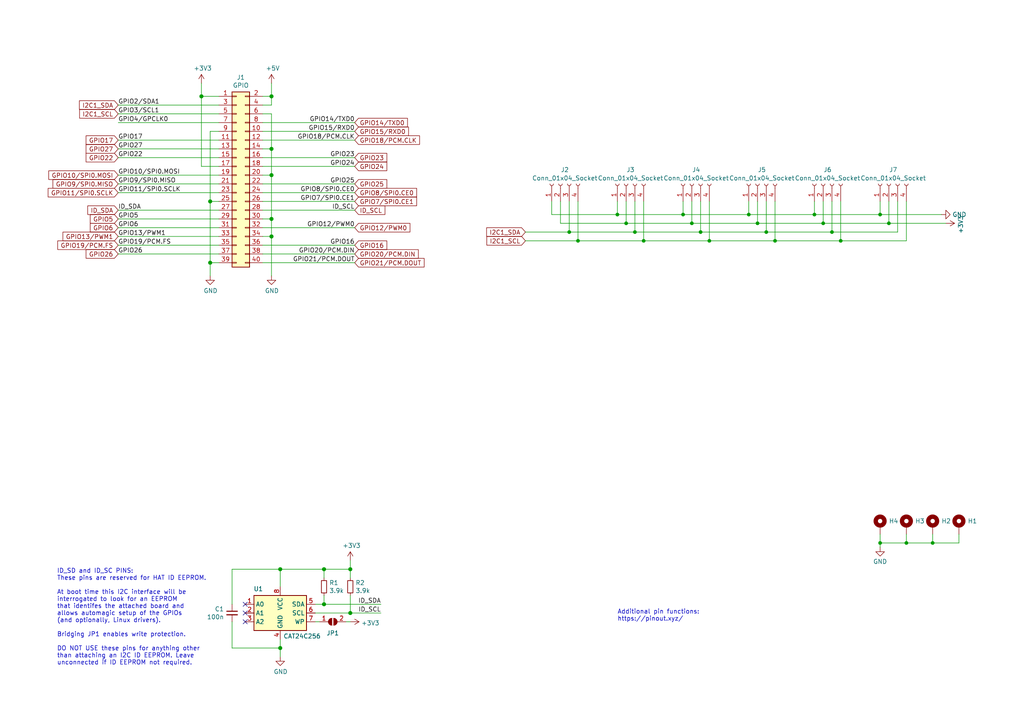
<source format=kicad_sch>
(kicad_sch (version 20230121) (generator eeschema)
  (paper "A4")
  (title_block (date "15 nov 2012"))
  (lib_symbols
    (symbol "Connector:Conn_01x04_Socket" (pin_names (offset 1.016) hide)
      (property "Reference" "J" (at 0 5.08 0))
      (property "Value" "Conn_01x04_Socket" (at 0 -7.62 0))
      (symbol "Conn_01x04_Socket_1_1"
        (arc (start 0 -4.572) (mid -0.5058 -5.08) (end 0 -5.588) (stroke (width 0.1524)))
        (arc (start 0 -2.032) (mid -0.5058 -2.54) (end 0 -3.048) (stroke (width 0.1524)))
        (polyline (pts (xy -1.27 -5.08) (xy -0.508 -5.08)) (stroke (width 0.1524)))
        (polyline (pts (xy -1.27 -2.54) (xy -0.508 -2.54)) (stroke (width 0.1524)))
        (polyline (pts (xy -1.27 0) (xy -0.508 0)) (stroke (width 0.1524)))
        (polyline (pts (xy -1.27 2.54) (xy -0.508 2.54)) (stroke (width 0.1524)))
        (arc (start 0 0.508) (mid -0.5058 0) (end 0 -0.508) (stroke (width 0.1524)))
        (arc (start 0 3.048) (mid -0.5058 2.54) (end 0 2.032) (stroke (width 0.1524)))
        (pin passive line (at -5.08 2.54 0) (length 3.81) (name "Pin_1") (number "1"))
        (pin passive line (at -5.08 0 0) (length 3.81) (name "Pin_2") (number "2"))
        (pin passive line (at -5.08 -2.54 0) (length 3.81) (name "Pin_3") (number "3"))
        (pin passive line (at -5.08 -5.08 0) (length 3.81) (name "Pin_4") (number "4"))
      )
    )
    (symbol "Connector_Generic:Conn_02x20_Odd_Even" (pin_names (offset 1.016) hide)
      (property "Reference" "J" (at 1.27 25.4 0))
      (property "Value" "Conn_02x20_Odd_Even" (at 1.27 -27.94 0))
      (symbol "Conn_02x20_Odd_Even_1_1"
        (rectangle (start -1.27 -25.273) (end 0 -25.527) (stroke (width 0.1524)))
        (rectangle (start -1.27 -22.733) (end 0 -22.987) (stroke (width 0.1524)))
        (rectangle (start -1.27 -20.193) (end 0 -20.447) (stroke (width 0.1524)))
        (rectangle (start -1.27 -17.653) (end 0 -17.907) (stroke (width 0.1524)))
        (rectangle (start -1.27 -15.113) (end 0 -15.367) (stroke (width 0.1524)))
        (rectangle (start -1.27 -12.573) (end 0 -12.827) (stroke (width 0.1524)))
        (rectangle (start -1.27 -10.033) (end 0 -10.287) (stroke (width 0.1524)))
        (rectangle (start -1.27 -7.493) (end 0 -7.747) (stroke (width 0.1524)))
        (rectangle (start -1.27 -4.953) (end 0 -5.207) (stroke (width 0.1524)))
        (rectangle (start -1.27 -2.413) (end 0 -2.667) (stroke (width 0.1524)))
        (rectangle (start -1.27 0.127) (end 0 -0.127) (stroke (width 0.1524)))
        (rectangle (start -1.27 2.667) (end 0 2.413) (stroke (width 0.1524)))
        (rectangle (start -1.27 5.207) (end 0 4.953) (stroke (width 0.1524)))
        (rectangle (start -1.27 7.747) (end 0 7.493) (stroke (width 0.1524)))
        (rectangle (start -1.27 10.287) (end 0 10.033) (stroke (width 0.1524)))
        (rectangle (start -1.27 12.827) (end 0 12.573) (stroke (width 0.1524)))
        (rectangle (start -1.27 15.367) (end 0 15.113) (stroke (width 0.1524)))
        (rectangle (start -1.27 17.907) (end 0 17.653) (stroke (width 0.1524)))
        (rectangle (start -1.27 20.447) (end 0 20.193) (stroke (width 0.1524)))
        (rectangle (start -1.27 22.987) (end 0 22.733) (stroke (width 0.1524)))
        (rectangle (start -1.27 24.13) (end 3.81 -26.67) (stroke (width 0.254)) (fill (type background)))
        (rectangle (start 3.81 -25.273) (end 2.54 -25.527) (stroke (width 0.1524)))
        (rectangle (start 3.81 -22.733) (end 2.54 -22.987) (stroke (width 0.1524)))
        (rectangle (start 3.81 -20.193) (end 2.54 -20.447) (stroke (width 0.1524)))
        (rectangle (start 3.81 -17.653) (end 2.54 -17.907) (stroke (width 0.1524)))
        (rectangle (start 3.81 -15.113) (end 2.54 -15.367) (stroke (width 0.1524)))
        (rectangle (start 3.81 -12.573) (end 2.54 -12.827) (stroke (width 0.1524)))
        (rectangle (start 3.81 -10.033) (end 2.54 -10.287) (stroke (width 0.1524)))
        (rectangle (start 3.81 -7.493) (end 2.54 -7.747) (stroke (width 0.1524)))
        (rectangle (start 3.81 -4.953) (end 2.54 -5.207) (stroke (width 0.1524)))
        (rectangle (start 3.81 -2.413) (end 2.54 -2.667) (stroke (width 0.1524)))
        (rectangle (start 3.81 0.127) (end 2.54 -0.127) (stroke (width 0.1524)))
        (rectangle (start 3.81 2.667) (end 2.54 2.413) (stroke (width 0.1524)))
        (rectangle (start 3.81 5.207) (end 2.54 4.953) (stroke (width 0.1524)))
        (rectangle (start 3.81 7.747) (end 2.54 7.493) (stroke (width 0.1524)))
        (rectangle (start 3.81 10.287) (end 2.54 10.033) (stroke (width 0.1524)))
        (rectangle (start 3.81 12.827) (end 2.54 12.573) (stroke (width 0.1524)))
        (rectangle (start 3.81 15.367) (end 2.54 15.113) (stroke (width 0.1524)))
        (rectangle (start 3.81 17.907) (end 2.54 17.653) (stroke (width 0.1524)))
        (rectangle (start 3.81 20.447) (end 2.54 20.193) (stroke (width 0.1524)))
        (rectangle (start 3.81 22.987) (end 2.54 22.733) (stroke (width 0.1524)))
        (pin passive line (at -5.08 22.86 0) (length 3.81) (name "Pin_1") (number "1"))
        (pin passive line (at 7.62 12.7 180) (length 3.81) (name "Pin_10") (number "10"))
        (pin passive line (at -5.08 10.16 0) (length 3.81) (name "Pin_11") (number "11"))
        (pin passive line (at 7.62 10.16 180) (length 3.81) (name "Pin_12") (number "12"))
        (pin passive line (at -5.08 7.62 0) (length 3.81) (name "Pin_13") (number "13"))
        (pin passive line (at 7.62 7.62 180) (length 3.81) (name "Pin_14") (number "14"))
        (pin passive line (at -5.08 5.08 0) (length 3.81) (name "Pin_15") (number "15"))
        (pin passive line (at 7.62 5.08 180) (length 3.81) (name "Pin_16") (number "16"))
        (pin passive line (at -5.08 2.54 0) (length 3.81) (name "Pin_17") (number "17"))
        (pin passive line (at 7.62 2.54 180) (length 3.81) (name "Pin_18") (number "18"))
        (pin passive line (at -5.08 0 0) (length 3.81) (name "Pin_19") (number "19"))
        (pin passive line (at 7.62 22.86 180) (length 3.81) (name "Pin_2") (number "2"))
        (pin passive line (at 7.62 0 180) (length 3.81) (name "Pin_20") (number "20"))
        (pin passive line (at -5.08 -2.54 0) (length 3.81) (name "Pin_21") (number "21"))
        (pin passive line (at 7.62 -2.54 180) (length 3.81) (name "Pin_22") (number "22"))
        (pin passive line (at -5.08 -5.08 0) (length 3.81) (name "Pin_23") (number "23"))
        (pin passive line (at 7.62 -5.08 180) (length 3.81) (name "Pin_24") (number "24"))
        (pin passive line (at -5.08 -7.62 0) (length 3.81) (name "Pin_25") (number "25"))
        (pin passive line (at 7.62 -7.62 180) (length 3.81) (name "Pin_26") (number "26"))
        (pin passive line (at -5.08 -10.16 0) (length 3.81) (name "Pin_27") (number "27"))
        (pin passive line (at 7.62 -10.16 180) (length 3.81) (name "Pin_28") (number "28"))
        (pin passive line (at -5.08 -12.7 0) (length 3.81) (name "Pin_29") (number "29"))
        (pin passive line (at -5.08 20.32 0) (length 3.81) (name "Pin_3") (number "3"))
        (pin passive line (at 7.62 -12.7 180) (length 3.81) (name "Pin_30") (number "30"))
        (pin passive line (at -5.08 -15.24 0) (length 3.81) (name "Pin_31") (number "31"))
        (pin passive line (at 7.62 -15.24 180) (length 3.81) (name "Pin_32") (number "32"))
        (pin passive line (at -5.08 -17.78 0) (length 3.81) (name "Pin_33") (number "33"))
        (pin passive line (at 7.62 -17.78 180) (length 3.81) (name "Pin_34") (number "34"))
        (pin passive line (at -5.08 -20.32 0) (length 3.81) (name "Pin_35") (number "35"))
        (pin passive line (at 7.62 -20.32 180) (length 3.81) (name "Pin_36") (number "36"))
        (pin passive line (at -5.08 -22.86 0) (length 3.81) (name "Pin_37") (number "37"))
        (pin passive line (at 7.62 -22.86 180) (length 3.81) (name "Pin_38") (number "38"))
        (pin passive line (at -5.08 -25.4 0) (length 3.81) (name "Pin_39") (number "39"))
        (pin passive line (at 7.62 20.32 180) (length 3.81) (name "Pin_4") (number "4"))
        (pin passive line (at 7.62 -25.4 180) (length 3.81) (name "Pin_40") (number "40"))
        (pin passive line (at -5.08 17.78 0) (length 3.81) (name "Pin_5") (number "5"))
        (pin passive line (at 7.62 17.78 180) (length 3.81) (name "Pin_6") (number "6"))
        (pin passive line (at -5.08 15.24 0) (length 3.81) (name "Pin_7") (number "7"))
        (pin passive line (at 7.62 15.24 180) (length 3.81) (name "Pin_8") (number "8"))
        (pin passive line (at -5.08 12.7 0) (length 3.81) (name "Pin_9") (number "9"))
      )
    )
    (symbol "Device:C_Small" (pin_numbers hide) (pin_names (offset 0.254) hide)
      (property "Reference" "C" (at 0.254 1.778 0))
      (property "Value" "C_Small" (at 0.254 -2.032 0))
      (symbol "C_Small_0_1"
        (polyline (pts (xy -1.524 -0.508) (xy 1.524 -0.508)) (stroke (width 0.3302)))
        (polyline (pts (xy -1.524 0.508) (xy 1.524 0.508)) (stroke (width 0.3048)))
      )
      (symbol "C_Small_1_1"
        (pin passive line (at 0 2.54 270) (length 2.032) (name "~") (number "1"))
        (pin passive line (at 0 -2.54 90) (length 2.032) (name "~") (number "2"))
      )
    )
    (symbol "Device:R_Small" (pin_numbers hide) (pin_names (offset 0.254) hide)
      (property "Reference" "R" (at 0.762 0.508 0))
      (property "Value" "R_Small" (at 0.762 -1.016 0))
      (symbol "R_Small_0_1"
        (rectangle (start -0.762 1.778) (end 0.762 -1.778) (stroke (width 0.2032)))
      )
      (symbol "R_Small_1_1"
        (pin passive line (at 0 2.54 270) (length 0.762) (name "~") (number "1"))
        (pin passive line (at 0 -2.54 90) (length 0.762) (name "~") (number "2"))
      )
    )
    (symbol "GND_1" (power) (pin_names (offset 0))
      (property "Value" "GND_1" (at 0 -3.81 0))
      (symbol "GND_1_0_1"
        (polyline (pts (xy 0 0) (xy 0 -1.27) (xy 1.27 -1.27) (xy 0 -2.54) (xy -1.27 -1.27) (xy 0 -1.27)))
      )
      (symbol "GND_1_1_1"
        (pin power_in line (at 0 0 270) (length 0) hide (name "GND") (number "1"))
      )
    )
    (symbol "GND_2" (power) (pin_names (offset 0))
      (property "Value" "GND_2" (at 0 -3.81 0))
      (symbol "GND_2_0_1"
        (polyline (pts (xy 0 0) (xy 0 -1.27) (xy 1.27 -1.27) (xy 0 -2.54) (xy -1.27 -1.27) (xy 0 -1.27)))
      )
      (symbol "GND_2_1_1"
        (pin power_in line (at 0 0 270) (length 0) hide (name "GND") (number "1"))
      )
    )
    (symbol "Jumper:SolderJumper_2_Open" (pin_names (offset 0) hide)
      (property "Reference" "JP" (at 0 2.032 0))
      (property "Value" "SolderJumper_2_Open" (at 0 -2.54 0))
      (symbol "SolderJumper_2_Open_0_1"
        (arc (start -0.254 1.016) (mid -1.2656 0) (end -0.254 -1.016))
        (arc (start -0.254 1.016) (mid -1.2656 0) (end -0.254 -1.016) (fill (type outline)))
        (polyline (pts (xy -0.254 1.016) (xy -0.254 -1.016)))
        (polyline (pts (xy 0.254 1.016) (xy 0.254 -1.016)))
        (arc (start 0.254 -1.016) (mid 1.2656 0) (end 0.254 1.016))
        (arc (start 0.254 -1.016) (mid 1.2656 0) (end 0.254 1.016) (fill (type outline)))
      )
      (symbol "SolderJumper_2_Open_1_1"
        (pin passive line (at -3.81 0 0) (length 2.54) (name "A") (number "1"))
        (pin passive line (at 3.81 0 180) (length 2.54) (name "B") (number "2"))
      )
    )
    (symbol "Mechanical:MountingHole_Pad" (pin_numbers hide) (pin_names (offset 1.016) hide)
      (property "Reference" "H" (at 0 6.35 0))
      (property "Value" "MountingHole_Pad" (at 0 4.445 0))
      (symbol "MountingHole_Pad_0_1"
        (circle (center 0 1.27) (radius 1.27) (stroke (width 1.27)))
      )
      (symbol "MountingHole_Pad_1_1"
        (pin input line (at 0 -2.54 90) (length 2.54) (name "1") (number "1"))
      )
    )
    (symbol "Memory_EEPROM:CAT24C256"
      (property "Reference" "U" (at -6.35 6.35 0))
      (property "Value" "CAT24C256" (at 1.27 6.35 0))
      (symbol "CAT24C256_1_1"
        (rectangle (start -7.62 5.08) (end 7.62 -5.08) (stroke (width 0.254)) (fill (type background)))
        (pin input line (at -10.16 2.54 0) (length 2.54) (name "A0") (number "1"))
        (pin input line (at -10.16 0 0) (length 2.54) (name "A1") (number "2"))
        (pin input line (at -10.16 -2.54 0) (length 2.54) (name "A2") (number "3"))
        (pin power_in line (at 0 -7.62 90) (length 2.54) (name "GND") (number "4"))
        (pin bidirectional line (at 10.16 2.54 180) (length 2.54) (name "SDA") (number "5"))
        (pin input line (at 10.16 0 180) (length 2.54) (name "SCL") (number "6"))
        (pin input line (at 10.16 -2.54 180) (length 2.54) (name "WP") (number "7"))
        (pin power_in line (at 0 7.62 270) (length 2.54) (name "VCC") (number "8"))
      )
    )
    (symbol "power:+3.3V" (power) (pin_names (offset 0))
      (property "Value" "+3.3V" (at 0 3.556 0))
      (symbol "+3.3V_0_1"
        (polyline (pts (xy -0.762 1.27) (xy 0 2.54)))
        (polyline (pts (xy 0 0) (xy 0 2.54)))
        (polyline (pts (xy 0 2.54) (xy 0.762 1.27)))
      )
      (symbol "+3.3V_1_1"
        (pin power_in line (at 0 0 90) (length 0) hide (name "+3V3") (number "1"))
      )
    )
    (symbol "power:+5V" (power) (pin_names (offset 0))
      (property "Value" "+5V" (at 0 3.556 0))
      (symbol "+5V_0_1"
        (polyline (pts (xy -0.762 1.27) (xy 0 2.54)))
        (polyline (pts (xy 0 0) (xy 0 2.54)))
        (polyline (pts (xy 0 2.54) (xy 0.762 1.27)))
      )
      (symbol "+5V_1_1"
        (pin power_in line (at 0 0 90) (length 0) hide (name "+5V") (number "1"))
      )
    )
    (symbol "power:GND" (power) (pin_names (offset 0))
      (property "Value" "GND" (at 0 -3.81 0))
      (symbol "GND_0_1"
        (polyline (pts (xy 0 0) (xy 0 -1.27) (xy 1.27 -1.27) (xy 0 -2.54) (xy -1.27 -1.27) (xy 0 -1.27)))
      )
      (symbol "GND_1_1"
        (pin power_in line (at 0 0 270) (length 0) hide (name "GND") (number "1"))
      )
    )
  )
  (junction (at 93.98 175.26) (diameter 1.016))
  (junction (at 203.2 67.31))
  (junction (at 78.74 27.94) (diameter 1.016))
  (junction (at 81.28 187.96) (diameter 1.016))
  (junction (at 200.66 64.77))
  (junction (at 262.89 157.48))
  (junction (at 78.74 43.18) (diameter 1.016))
  (junction (at 81.28 165.1) (diameter 1.016))
  (junction (at 241.3 67.31))
  (junction (at 236.22 62.23))
  (junction (at 257.81 64.77))
  (junction (at 101.6 165.1) (diameter 1.016))
  (junction (at 255.27 157.48))
  (junction (at 219.71 64.77))
  (junction (at 60.96 76.2) (diameter 1.016))
  (junction (at 167.64 69.85))
  (junction (at 186.69 69.85))
  (junction (at 60.96 58.42) (diameter 1.016))
  (junction (at 205.74 69.85))
  (junction (at 179.07 62.23))
  (junction (at 78.74 68.58) (diameter 1.016))
  (junction (at 255.27 62.23))
  (junction (at 217.17 62.23))
  (junction (at 238.76 64.77))
  (junction (at 78.74 63.5) (diameter 1.016))
  (junction (at 165.1 67.31))
  (junction (at 78.74 50.8) (diameter 1.016))
  (junction (at 243.84 69.85))
  (junction (at 101.6 177.8) (diameter 1.016))
  (junction (at 198.12 62.23))
  (junction (at 181.61 64.77))
  (junction (at 222.25 67.31))
  (junction (at 270.51 157.48))
  (junction (at 58.42 27.94) (diameter 1.016))
  (junction (at 224.79 69.85))
  (junction (at 184.15 67.31))
  (junction (at 93.98 165.1) (diameter 1.016))
  (no_connect (at 71.12 175.26))
  (no_connect (at 71.12 177.8))
  (no_connect (at 71.12 180.34))
  (wire (pts (xy 60.96 58.42) (xy 60.96 76.2)))
  (wire (pts (xy 76.2 58.42) (xy 102.87 58.42)))
  (wire (pts (xy 165.1 67.31) (xy 184.15 67.31)))
  (wire (pts (xy 162.56 64.77) (xy 181.61 64.77)))
  (wire (pts (xy 63.5 40.64) (xy 34.29 40.64)))
  (wire (pts (xy 81.28 165.1) (xy 93.98 165.1)))
  (wire (pts (xy 101.6 165.1) (xy 93.98 165.1)))
  (wire (pts (xy 101.6 167.64) (xy 101.6 165.1)))
  (wire (pts (xy 78.74 33.02) (xy 78.74 43.18)))
  (wire (pts (xy 236.22 58.42) (xy 236.22 62.23)))
  (wire (pts (xy 184.15 67.31) (xy 203.2 67.31)))
  (wire (pts (xy 78.74 50.8) (xy 76.2 50.8)))
  (wire (pts (xy 181.61 58.42) (xy 181.61 64.77)))
  (wire (pts (xy 257.81 64.77) (xy 274.32 64.77)))
  (wire (pts (xy 241.3 58.42) (xy 241.3 67.31)))
  (wire (pts (xy 278.13 154.94) (xy 278.13 157.48)))
  (wire (pts (xy 78.74 63.5) (xy 78.74 68.58)))
  (wire (pts (xy 222.25 58.42) (xy 222.25 67.31)))
  (wire (pts (xy 255.27 58.42) (xy 255.27 62.23)))
  (wire (pts (xy 236.22 62.23) (xy 255.27 62.23)))
  (wire (pts (xy 238.76 58.42) (xy 238.76 64.77)))
  (wire (pts (xy 181.61 64.77) (xy 200.66 64.77)))
  (wire (pts (xy 222.25 67.31) (xy 241.3 67.31)))
  (wire (pts (xy 78.74 50.8) (xy 78.74 63.5)))
  (wire (pts (xy 76.2 35.56) (xy 102.87 35.56)))
  (wire (pts (xy 60.96 38.1) (xy 60.96 58.42)))
  (wire (pts (xy 91.44 175.26) (xy 93.98 175.26)))
  (wire (pts (xy 93.98 175.26) (xy 110.49 175.26)))
  (wire (pts (xy 184.15 58.42) (xy 184.15 67.31)))
  (wire (pts (xy 60.96 38.1) (xy 63.5 38.1)))
  (wire (pts (xy 91.44 180.34) (xy 92.71 180.34)))
  (wire (pts (xy 100.33 180.34) (xy 101.6 180.34)))
  (wire (pts (xy 76.2 55.88) (xy 102.87 55.88)))
  (wire (pts (xy 63.5 60.96) (xy 34.29 60.96)))
  (wire (pts (xy 255.27 62.23) (xy 273.05 62.23)))
  (wire (pts (xy 34.29 63.5) (xy 63.5 63.5)))
  (wire (pts (xy 219.71 64.77) (xy 238.76 64.77)))
  (wire (pts (xy 243.84 69.85) (xy 224.79 69.85)))
  (wire (pts (xy 255.27 157.48) (xy 255.27 158.75)))
  (wire (pts (xy 200.66 58.42) (xy 200.66 64.77)))
  (wire (pts (xy 60.96 58.42) (xy 63.5 58.42)))
  (wire (pts (xy 101.6 162.56) (xy 101.6 165.1)))
  (wire (pts (xy 160.02 62.23) (xy 179.07 62.23)))
  (wire (pts (xy 76.2 45.72) (xy 102.87 45.72)))
  (wire (pts (xy 81.28 165.1) (xy 81.28 170.18)))
  (wire (pts (xy 152.4 67.31) (xy 165.1 67.31)))
  (wire (pts (xy 76.2 76.2) (xy 102.87 76.2)))
  (wire (pts (xy 60.96 76.2) (xy 60.96 80.01)))
  (wire (pts (xy 34.29 43.18) (xy 63.5 43.18)))
  (wire (pts (xy 101.6 172.72) (xy 101.6 177.8)))
  (wire (pts (xy 58.42 24.13) (xy 58.42 27.94)))
  (wire (pts (xy 241.3 67.31) (xy 260.35 67.31)))
  (wire (pts (xy 78.74 68.58) (xy 76.2 68.58)))
  (wire (pts (xy 34.29 33.02) (xy 63.5 33.02)))
  (wire (pts (xy 205.74 58.42) (xy 205.74 69.85)))
  (wire (pts (xy 34.29 55.88) (xy 63.5 55.88)))
  (wire (pts (xy 262.89 154.94) (xy 262.89 157.48)))
  (wire (pts (xy 224.79 69.85) (xy 205.74 69.85)))
  (wire (pts (xy 58.42 48.26) (xy 63.5 48.26)))
  (wire (pts (xy 270.51 154.94) (xy 270.51 157.48)))
  (wire (pts (xy 63.5 30.48) (xy 34.29 30.48)))
  (wire (pts (xy 78.74 27.94) (xy 78.74 30.48)))
  (wire (pts (xy 78.74 43.18) (xy 78.74 50.8)))
  (wire (pts (xy 186.69 69.85) (xy 167.64 69.85)))
  (wire (pts (xy 76.2 40.64) (xy 102.87 40.64)))
  (wire (pts (xy 78.74 43.18) (xy 76.2 43.18)))
  (wire (pts (xy 78.74 24.13) (xy 78.74 27.94)))
  (wire (pts (xy 262.89 58.42) (xy 262.89 69.85)))
  (wire (pts (xy 34.29 35.56) (xy 63.5 35.56)))
  (wire (pts (xy 93.98 165.1) (xy 93.98 167.64)))
  (wire (pts (xy 160.02 58.42) (xy 160.02 62.23)))
  (wire (pts (xy 78.74 27.94) (xy 76.2 27.94)))
  (wire (pts (xy 58.42 27.94) (xy 58.42 48.26)))
  (wire (pts (xy 186.69 58.42) (xy 186.69 69.85)))
  (wire (pts (xy 76.2 48.26) (xy 102.87 48.26)))
  (wire (pts (xy 76.2 38.1) (xy 102.87 38.1)))
  (wire (pts (xy 93.98 172.72) (xy 93.98 175.26)))
  (wire (pts (xy 91.44 177.8) (xy 101.6 177.8)))
  (wire (pts (xy 101.6 177.8) (xy 110.49 177.8)))
  (wire (pts (xy 270.51 157.48) (xy 262.89 157.48)))
  (wire (pts (xy 255.27 154.94) (xy 255.27 157.48)))
  (wire (pts (xy 34.29 45.72) (xy 63.5 45.72)))
  (wire (pts (xy 34.29 53.34) (xy 63.5 53.34)))
  (wire (pts (xy 203.2 58.42) (xy 203.2 67.31)))
  (wire (pts (xy 243.84 58.42) (xy 243.84 69.85)))
  (wire (pts (xy 179.07 62.23) (xy 198.12 62.23)))
  (wire (pts (xy 34.29 66.04) (xy 63.5 66.04)))
  (wire (pts (xy 78.74 30.48) (xy 76.2 30.48)))
  (wire (pts (xy 200.66 64.77) (xy 219.71 64.77)))
  (wire (pts (xy 198.12 62.23) (xy 217.17 62.23)))
  (wire (pts (xy 34.29 71.12) (xy 63.5 71.12)))
  (wire (pts (xy 76.2 71.12) (xy 102.87 71.12)))
  (wire (pts (xy 198.12 58.42) (xy 198.12 62.23)))
  (wire (pts (xy 76.2 66.04) (xy 102.87 66.04)))
  (wire (pts (xy 60.96 76.2) (xy 63.5 76.2)))
  (wire (pts (xy 162.56 58.42) (xy 162.56 64.77)))
  (wire (pts (xy 76.2 73.66) (xy 102.87 73.66)))
  (wire (pts (xy 205.74 69.85) (xy 186.69 69.85)))
  (wire (pts (xy 78.74 33.02) (xy 76.2 33.02)))
  (wire (pts (xy 262.89 69.85) (xy 243.84 69.85)))
  (wire (pts (xy 34.29 73.66) (xy 63.5 73.66)))
  (wire (pts (xy 219.71 58.42) (xy 219.71 64.77)))
  (wire (pts (xy 67.31 165.1) (xy 67.31 175.26)))
  (wire (pts (xy 67.31 180.34) (xy 67.31 187.96)))
  (wire (pts (xy 67.31 187.96) (xy 81.28 187.96)))
  (wire (pts (xy 81.28 165.1) (xy 67.31 165.1)))
  (wire (pts (xy 217.17 58.42) (xy 217.17 62.23)))
  (wire (pts (xy 81.28 185.42) (xy 81.28 187.96)))
  (wire (pts (xy 81.28 187.96) (xy 81.28 190.5)))
  (wire (pts (xy 165.1 58.42) (xy 165.1 67.31)))
  (wire (pts (xy 224.79 58.42) (xy 224.79 69.85)))
  (wire (pts (xy 78.74 68.58) (xy 78.74 80.01)))
  (wire (pts (xy 260.35 67.31) (xy 260.35 58.42)))
  (wire (pts (xy 76.2 53.34) (xy 102.87 53.34)))
  (wire (pts (xy 63.5 68.58) (xy 34.29 68.58)))
  (wire (pts (xy 238.76 64.77) (xy 257.81 64.77)))
  (wire (pts (xy 78.74 63.5) (xy 76.2 63.5)))
  (wire (pts (xy 179.07 58.42) (xy 179.07 62.23)))
  (wire (pts (xy 167.64 58.42) (xy 167.64 69.85)))
  (wire (pts (xy 58.42 27.94) (xy 63.5 27.94)))
  (wire (pts (xy 257.81 58.42) (xy 257.81 64.77)))
  (wire (pts (xy 262.89 157.48) (xy 255.27 157.48)))
  (wire (pts (xy 203.2 67.31) (xy 222.25 67.31)))
  (wire (pts (xy 167.64 69.85) (xy 152.4 69.85)))
  (wire (pts (xy 217.17 62.23) (xy 236.22 62.23)))
  (wire (pts (xy 278.13 157.48) (xy 270.51 157.48)))
  (wire (pts (xy 63.5 50.8) (xy 34.29 50.8)))
  (wire (pts (xy 76.2 60.96) (xy 102.87 60.96)))
  (text "Additional pin functions:\nhttps://pinout.xyz/" (at 179.07 180.34 0) (effects (font (size 1.27 1.27)) (justify left bottom)))
  (text "ID_SD and ID_SC PINS:\nThese pins are reserved for HAT ID EEPROM.\n\nAt boot time this I2C interface will be\ninterrogated to look for an EEPROM\nthat identifes the attached board and\nallows automagic setup of the GPIOs\n(and optionally, Linux drivers).\n\nBridging JP1 enables write protection.\n\nDO NOT USE these pins for anything other\nthan attaching an I2C ID EEPROM. Leave\nunconnected if ID EEPROM not required." (at 16.51 193.04 0) (effects (font (size 1.27 1.27)) (justify left bottom)))
  (label "ID_SDA" (at 34.29 60.96 0))
  (label "GPIO6" (at 34.29 66.04 0))
  (label "ID_SDA" (at 110.49 175.26 180))
  (label "ID_SCL" (at 102.87 60.96 180))
  (label "GPIO5" (at 34.29 63.5 0))
  (label "GPIO21{slash}PCM.DOUT" (at 102.87 76.2 180))
  (label "GPIO19{slash}PCM.FS" (at 34.29 71.12 0))
  (label "GPIO10{slash}SPI0.MOSI" (at 34.29 50.8 0))
  (label "GPIO9{slash}SPI0.MISO" (at 34.29 53.34 0))
  (label "GPIO23" (at 102.87 45.72 180))
  (label "GPIO4{slash}GPCLK0" (at 34.29 35.56 0))
  (label "GPIO27" (at 34.29 43.18 0))
  (label "GPIO26" (at 34.29 73.66 0))
  (label "GPIO14{slash}TXD0" (at 102.87 35.56 180))
  (label "GPIO8{slash}SPI0.CE0" (at 102.87 55.88 180))
  (label "GPIO15{slash}RXD0" (at 102.87 38.1 180))
  (label "GPIO16" (at 102.87 71.12 180))
  (label "GPIO22" (at 34.29 45.72 0))
  (label "GPIO2{slash}SDA1" (at 34.29 30.48 0))
  (label "GPIO17" (at 34.29 40.64 0))
  (label "GPIO25" (at 102.87 53.34 180))
  (label "GPIO3{slash}SCL1" (at 34.29 33.02 0))
  (label "GPIO18{slash}PCM.CLK" (at 102.87 40.64 180))
  (label "GPIO12{slash}PWM0" (at 102.87 66.04 180))
  (label "GPIO13{slash}PWM1" (at 34.29 68.58 0))
  (label "GPIO20{slash}PCM.DIN" (at 102.87 73.66 180))
  (label "GPIO24" (at 102.87 48.26 180))
  (label "GPIO7{slash}SPI0.CE1" (at 102.87 58.42 180))
  (label "ID_SCL" (at 110.49 177.8 180))
  (label "GPIO11{slash}SPI0.SCLK" (at 34.29 55.88 0))
  (global_label "GPIO26" (shape input) (at 34.29 73.66 180) (property "Intersheetrefs" "${INTERSHEET_REFS}" (effects hide)))
  (global_label "GPIO19{slash}PCM.FS" (shape input) (at 34.29 71.12 180) (property "Intersheetrefs" "${INTERSHEET_REFS}" (effects hide)))
  (global_label "GPIO16" (shape input) (at 102.87 71.12 0) (property "Intersheetrefs" "${INTERSHEET_REFS}" (effects hide)))
  (global_label "I2C1_SDA" (shape input) (at 34.29 30.48 180) (property "Intersheetrefs" "${INTERSHEET_REFS}" (effects hide)))
  (global_label "GPIO24" (shape input) (at 102.87 48.26 0) (property "Intersheetrefs" "${INTERSHEET_REFS}" (effects hide)))
  (global_label "GPIO17" (shape input) (at 34.29 40.64 180) (property "Intersheetrefs" "${INTERSHEET_REFS}" (effects hide)))
  (global_label "GPIO15{slash}RXD0" (shape input) (at 102.87 38.1 0) (property "Intersheetrefs" "${INTERSHEET_REFS}" (effects hide)))
  (global_label "GPIO10{slash}SPI0.MOSI" (shape input) (at 34.29 50.8 180) (property "Intersheetrefs" "${INTERSHEET_REFS}" (effects hide)))
  (global_label "GPIO27" (shape input) (at 34.29 43.18 180) (property "Intersheetrefs" "${INTERSHEET_REFS}" (effects hide)))
  (global_label "GPIO5" (shape input) (at 34.29 63.5 180) (property "Intersheetrefs" "${INTERSHEET_REFS}" (effects hide)))
  (global_label "I2C1_SCL" (shape input) (at 34.29 33.02 180) (property "Intersheetrefs" "${INTERSHEET_REFS}" (effects hide)))
  (global_label "GPIO9{slash}SPI0.MISO" (shape input) (at 34.29 53.34 180) (property "Intersheetrefs" "${INTERSHEET_REFS}" (effects hide)))
  (global_label "GPIO20{slash}PCM.DIN" (shape input) (at 102.87 73.66 0) (property "Intersheetrefs" "${INTERSHEET_REFS}" (effects hide)))
  (global_label "GPIO21{slash}PCM.DOUT" (shape input) (at 102.87 76.2 0) (property "Intersheetrefs" "${INTERSHEET_REFS}" (effects hide)))
  (global_label "GPIO23" (shape input) (at 102.87 45.72 0) (property "Intersheetrefs" "${INTERSHEET_REFS}" (effects hide)))
  (global_label "I2C1_SDA" (shape input) (at 152.4 67.31 180) (property "Intersheetrefs" "${INTERSHEET_REFS}" (effects hide)))
  (global_label "GPIO11{slash}SPI0.SCLK" (shape input) (at 34.29 55.88 180) (property "Intersheetrefs" "${INTERSHEET_REFS}" (effects hide)))
  (global_label "GPIO7{slash}SPI0.CE1" (shape input) (at 102.87 58.42 0) (property "Intersheetrefs" "${INTERSHEET_REFS}" (effects hide)))
  (global_label "GPIO8{slash}SPI0.CE0" (shape input) (at 102.87 55.88 0) (property "Intersheetrefs" "${INTERSHEET_REFS}" (effects hide)))
  (global_label "ID_SDA" (shape input) (at 34.29 60.96 180) (property "Intersheetrefs" "${INTERSHEET_REFS}" (effects hide)))
  (global_label "GPIO22" (shape input) (at 34.29 45.72 180) (property "Intersheetrefs" "${INTERSHEET_REFS}" (effects hide)))
  (global_label "GPIO14{slash}TXD0" (shape input) (at 102.87 35.56 0) (property "Intersheetrefs" "${INTERSHEET_REFS}" (effects hide)))
  (global_label "GPIO6" (shape input) (at 34.29 66.04 180) (property "Intersheetrefs" "${INTERSHEET_REFS}" (effects hide)))
  (global_label "GPIO18{slash}PCM.CLK" (shape input) (at 102.87 40.64 0) (property "Intersheetrefs" "${INTERSHEET_REFS}" (effects hide)))
  (global_label "GPIO13{slash}PWM1" (shape input) (at 34.29 68.58 180) (property "Intersheetrefs" "${INTERSHEET_REFS}" (effects hide)))
  (global_label "GPIO25" (shape input) (at 102.87 53.34 0) (property "Intersheetrefs" "${INTERSHEET_REFS}" (effects hide)))
  (global_label "I2C1_SCL" (shape input) (at 152.4 69.85 180) (property "Intersheetrefs" "${INTERSHEET_REFS}" (effects hide)))
  (global_label "ID_SCL" (shape input) (at 102.87 60.96 0) (property "Intersheetrefs" "${INTERSHEET_REFS}" (effects hide)))
  (global_label "GPIO12{slash}PWM0" (shape input) (at 102.87 66.04 0) (property "Intersheetrefs" "${INTERSHEET_REFS}" (effects hide)))
  (symbol (lib_id "power:+5V") (at 78.74 24.13 0) (unit 1)
    (property "Reference" "#PWR01" (effects hide))
    (property "Value" "+5V" (at 79.1083 19.8056 0))
  )
  (symbol (lib_id "power:+3.3V") (at 58.42 24.13 0) (unit 1)
    (property "Reference" "#PWR04" (effects hide))
    (property "Value" "+3.3V" (at 58.7883 19.8056 0))
  )
  (symbol (lib_id "power:GND") (at 78.74 80.01 0) (unit 1)
    (property "Reference" "#PWR02" (effects hide))
    (property "Value" "GND" (at 78.8543 84.3344 0))
  )
  (symbol (lib_id "power:GND") (at 60.96 80.01 0) (unit 1)
    (property "Reference" "#PWR03" (effects hide))
    (property "Value" "GND" (at 61.0743 84.3344 0))
  )
  (symbol (lib_id "Connector_Generic:Conn_02x20_Odd_Even") (at 68.58 50.8 0) (unit 1)
    (property "Reference" "J1" (at 69.85 22.4598 0))
    (property "Value" "GPIO" (at 69.85 24.765 0))
    (property "Footprint" "Connector_PinSocket_2.54mm:PinSocket_2x20_P2.54mm_Vertical" (effects hide))
  )
  (symbol (lib_id "Mechanical:MountingHole_Pad") (at 255.27 152.4 0) (unit 1)
    (property "Reference" "H4" (at 257.81 151.13 0) (effects (justify left)))
    (property "Value" "MountingHole_Pad" (effects hide))
    (property "Footprint" "MountingHole:MountingHole_3.2mm_M3_DIN965_Pad_TopBottom" (effects hide))
  )
  (symbol (lib_id "Device:C_Small") (at 67.31 177.8 0) (unit 1)
    (property "Reference" "C1" (at 64.9858 176.6506 0) (effects (justify right)))
    (property "Value" "100n" (at 64.9858 178.9493 0) (effects (justify right)))
  )
  (symbol (lib_id "Device:R_Small") (at 93.98 170.18 0) (unit 1)
    (property "Reference" "R1" (at 95.4786 169.037 0) (effects (justify left)))
    (property "Value" "3.9k" (at 95.4787 171.3293 0) (effects (justify left)))
    (property "Footprint" "Resistor_SMD:R_0612_1632Metric_Pad1.18x3.40mm_HandSolder" (effects hide))
  )
  (symbol (lib_id "Mechanical:MountingHole_Pad") (at 270.51 152.4 0) (unit 1)
    (property "Reference" "H2" (at 273.05 151.13 0) (effects (justify left)))
    (property "Value" "MountingHole_Pad" (effects hide))
    (property "Footprint" "MountingHole:MountingHole_3.2mm_M3_DIN965_Pad_TopBottom" (effects hide))
  )
  (symbol (lib_id "Jumper:SolderJumper_2_Open") (at 96.52 180.34 0) (unit 1)
    (property "Reference" "JP1" (at 96.52 183.623 0))
    (property "Value" "ID_WP" (effects hide))
    (property "Footprint" "Jumper:SolderJumper-3_P2.0mm_Open_TrianglePad1.0x1.5mm_NumberLabels" (effects hide))
  )
  (symbol (lib_id "Device:R_Small") (at 101.6 170.18 0) (unit 1)
    (property "Reference" "R2" (at 103.0986 169.037 0) (effects (justify left)))
    (property "Value" "3.9k" (at 103.0987 171.3293 0) (effects (justify left)))
    (property "Footprint" "Resistor_SMD:R_0612_1632Metric_Pad1.18x3.40mm_HandSolder" (effects hide))
  )
  (symbol (lib_id "power:+3.3V") (at 101.6 162.56 0) (unit 1)
    (property "Reference" "#PWR0101" (effects hide))
    (property "Value" "+3.3V" (at 101.9683 158.2356 0))
  )
  (symbol (lib_id "Connector:Conn_01x04_Socket") (at 219.71 53.34 90) (unit 1)
    (property "Reference" "J5" (at 220.98 49.2465 90))
    (property "Value" "Conn_01x04_Socket" (at 220.98 51.6707 90))
    (property "Footprint" "Connector_JST:JST_SH_BM04B-SRSS-TB_1x04-1MP_P1.00mm_Vertical" (effects hide))
  )
  (symbol (lib_id "Memory_EEPROM:CAT24C256") (at 81.28 177.8 0) (unit 1)
    (property "Reference" "U1" (at 74.93 170.7958 0))
    (property "Value" "CAT24C256" (at 87.63 184.5245 0))
    (property "Footprint" "SamacSys:SOIC127P600X175-8M" (effects hide))
    (property "Datasheet" "https://www.onsemi.cn/PowerSolutions/document/CAT24C256-D.PDF" (effects hide))
  )
  (symbol (lib_id "power:+3.3V") (at 274.32 64.77 270) (unit 1)
    (property "Reference" "#PWR0104" (effects hide))
    (property "Value" "+3.3V" (at 278.6444 65.1383 0))
  )
  (symbol (lib_name "GND_2") (lib_id "power:GND") (at 273.05 62.23 90) (unit 1)
    (property "Reference" "#PWR07" (effects hide))
    (property "Value" "GND" (at 276.225 62.23 90) (effects (justify right)))
  )
  (symbol (lib_id "Connector:Conn_01x04_Socket") (at 238.76 53.34 90) (unit 1)
    (property "Reference" "J6" (at 240.03 49.2465 90))
    (property "Value" "Conn_01x04_Socket" (at 240.03 51.6707 90))
    (property "Footprint" "Connector_JST:JST_SH_BM04B-SRSS-TB_1x04-1MP_P1.00mm_Vertical" (effects hide))
  )
  (symbol (lib_id "Mechanical:MountingHole_Pad") (at 262.89 152.4 0) (unit 1)
    (property "Reference" "H3" (at 265.43 151.13 0) (effects (justify left)))
    (property "Value" "MountingHole_Pad" (effects hide))
    (property "Footprint" "MountingHole:MountingHole_3.2mm_M3_DIN965_Pad_TopBottom" (effects hide))
  )
  (symbol (lib_id "power:GND") (at 81.28 190.5 0) (unit 1)
    (property "Reference" "#PWR0102" (effects hide))
    (property "Value" "GND" (at 81.3943 194.8244 0))
  )
  (symbol (lib_id "Connector:Conn_01x04_Socket") (at 200.66 53.34 90) (unit 1)
    (property "Reference" "J4" (at 201.93 49.2465 90))
    (property "Value" "Conn_01x04_Socket" (at 201.93 51.6707 90))
    (property "Footprint" "Connector_JST:JST_SH_BM04B-SRSS-TB_1x04-1MP_P1.00mm_Vertical" (effects hide))
  )
  (symbol (lib_id "Connector:Conn_01x04_Socket") (at 257.81 53.34 90) (unit 1)
    (property "Reference" "J7" (at 259.08 49.2465 90))
    (property "Value" "Conn_01x04_Socket" (at 259.08 51.6707 90))
    (property "Footprint" "Connector_JST:JST_SH_BM04B-SRSS-TB_1x04-1MP_P1.00mm_Vertical" (effects hide))
  )
  (symbol (lib_id "power:+3.3V") (at 101.6 180.34 270) (unit 1)
    (property "Reference" "#PWR0103" (effects hide))
    (property "Value" "+3.3V" (at 104.7751 180.7083 90) (effects (justify left)))
  )
  (symbol (lib_name "GND_1") (lib_id "power:GND") (at 255.27 158.75 0) (unit 1)
    (property "Reference" "#PWR05" (effects hide))
    (property "Value" "GND" (at 255.27 162.8831 0))
  )
  (symbol (lib_id "Connector:Conn_01x04_Socket") (at 162.56 53.34 90) (unit 1)
    (property "Reference" "J2" (at 163.83 49.2465 90))
    (property "Value" "Conn_01x04_Socket" (at 163.83 51.6707 90))
    (property "Footprint" "Connector_JST:JST_SH_BM04B-SRSS-TB_1x04-1MP_P1.00mm_Vertical" (effects hide))
  )
  (symbol (lib_id "Connector:Conn_01x04_Socket") (at 181.61 53.34 90) (unit 1)
    (property "Reference" "J3" (at 182.88 49.2465 90))
    (property "Value" "Conn_01x04_Socket" (at 182.88 51.6707 90))
    (property "Footprint" "Connector_JST:JST_SH_BM04B-SRSS-TB_1x04-1MP_P1.00mm_Vertical" (effects hide))
  )
  (symbol (lib_id "Mechanical:MountingHole_Pad") (at 278.13 152.4 0) (unit 1)
    (property "Reference" "H1" (at 280.67 151.13 0) (effects (justify left)))
    (property "Value" "MountingHole_Pad" (effects hide))
    (property "Footprint" "MountingHole:MountingHole_3.2mm_M3_DIN965_Pad_TopBottom" (effects hide))
  )
)
</source>
